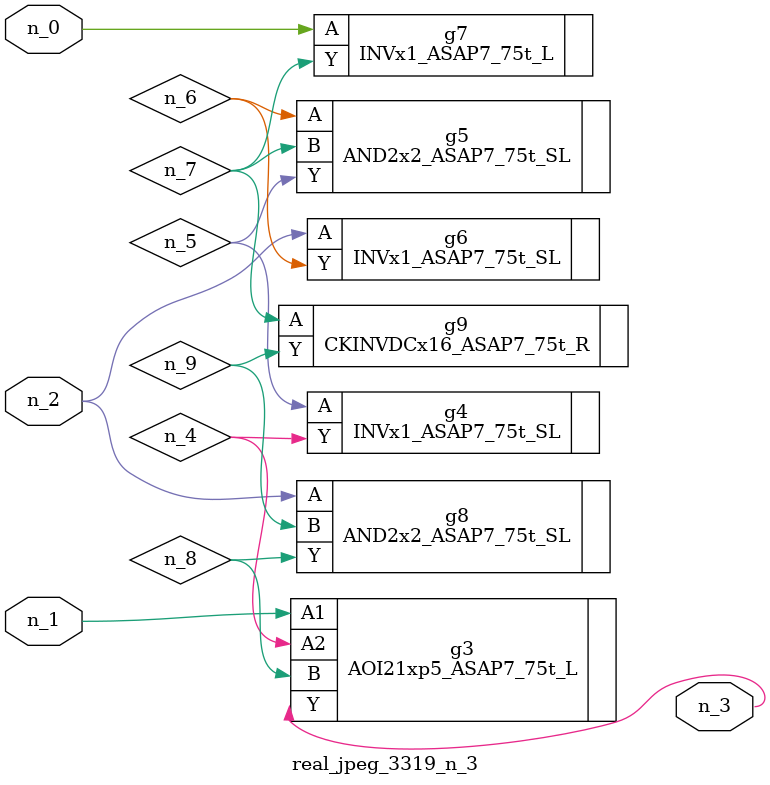
<source format=v>
module real_jpeg_3319_n_3 (n_1, n_0, n_2, n_3);

input n_1;
input n_0;
input n_2;

output n_3;

wire n_5;
wire n_8;
wire n_4;
wire n_6;
wire n_7;
wire n_9;

INVx1_ASAP7_75t_L g7 ( 
.A(n_0),
.Y(n_7)
);

AOI21xp5_ASAP7_75t_L g3 ( 
.A1(n_1),
.A2(n_4),
.B(n_8),
.Y(n_3)
);

INVx1_ASAP7_75t_SL g6 ( 
.A(n_2),
.Y(n_6)
);

AND2x2_ASAP7_75t_SL g8 ( 
.A(n_2),
.B(n_9),
.Y(n_8)
);

INVx1_ASAP7_75t_SL g4 ( 
.A(n_5),
.Y(n_4)
);

AND2x2_ASAP7_75t_SL g5 ( 
.A(n_6),
.B(n_7),
.Y(n_5)
);

CKINVDCx16_ASAP7_75t_R g9 ( 
.A(n_7),
.Y(n_9)
);


endmodule
</source>
